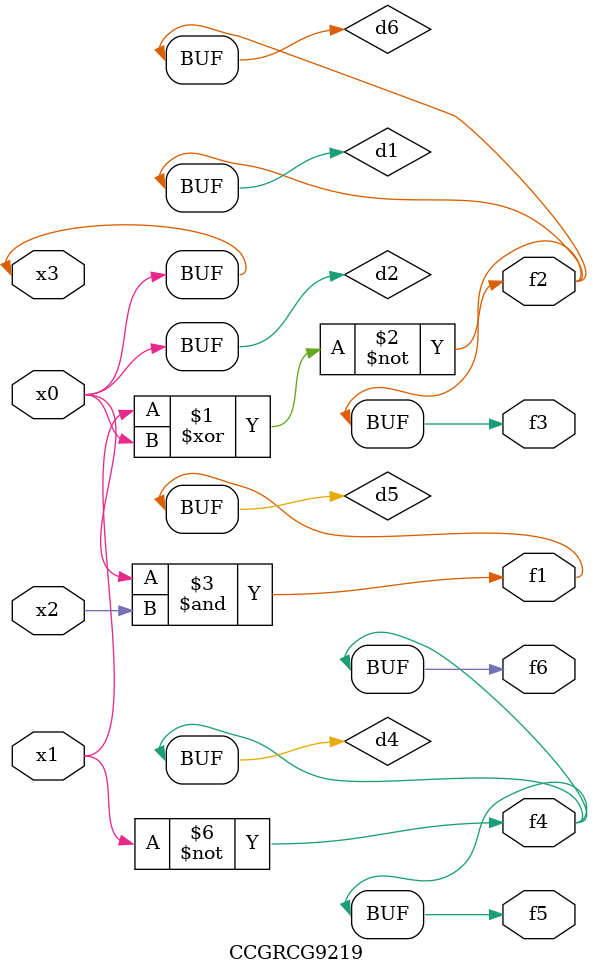
<source format=v>
module CCGRCG9219(
	input x0, x1, x2, x3,
	output f1, f2, f3, f4, f5, f6
);

	wire d1, d2, d3, d4, d5, d6;

	xnor (d1, x1, x3);
	buf (d2, x0, x3);
	nand (d3, x0, x2);
	not (d4, x1);
	nand (d5, d3);
	or (d6, d1);
	assign f1 = d5;
	assign f2 = d6;
	assign f3 = d6;
	assign f4 = d4;
	assign f5 = d4;
	assign f6 = d4;
endmodule

</source>
